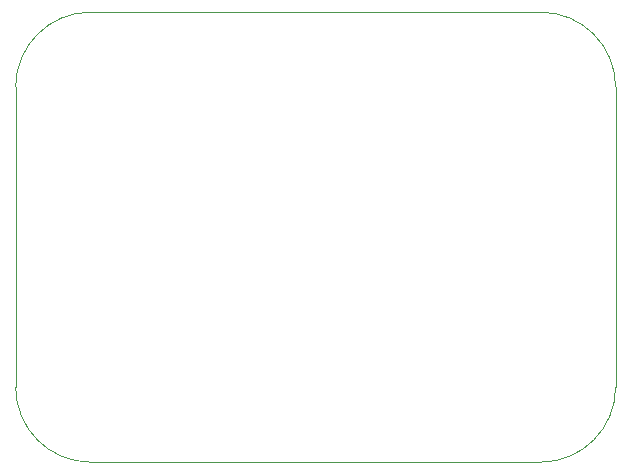
<source format=gbr>
%FSLAX46Y46*%
G04 Gerber Fmt 4.6, Leading zero omitted, Abs format (unit mm)*
G04 Created by KiCad (PCBNEW (2014-08-05 BZR 5054)-product) date Wed 12 Nov 2014 18:29:59 EST*
%MOMM*%
G01*
G04 APERTURE LIST*
%ADD10C,0.100000*%
G04 APERTURE END LIST*
D10*
X163830000Y-134620000D02*
X201930000Y-134620000D01*
X157480000Y-102870000D02*
X157480000Y-128270000D01*
X201930000Y-96520000D02*
X163830000Y-96520000D01*
X208280000Y-128270000D02*
X208280000Y-102870000D01*
X163830000Y-96520000D02*
G75*
G03X157480000Y-102870000I0J-6350000D01*
G74*
G01*
X208280000Y-102870000D02*
G75*
G03X201930000Y-96520000I-6350000J0D01*
G74*
G01*
X201930000Y-134620000D02*
G75*
G03X208280000Y-128270000I0J6350000D01*
G74*
G01*
X157480000Y-128270000D02*
G75*
G03X163830000Y-134620000I6350000J0D01*
G74*
G01*
M02*

</source>
